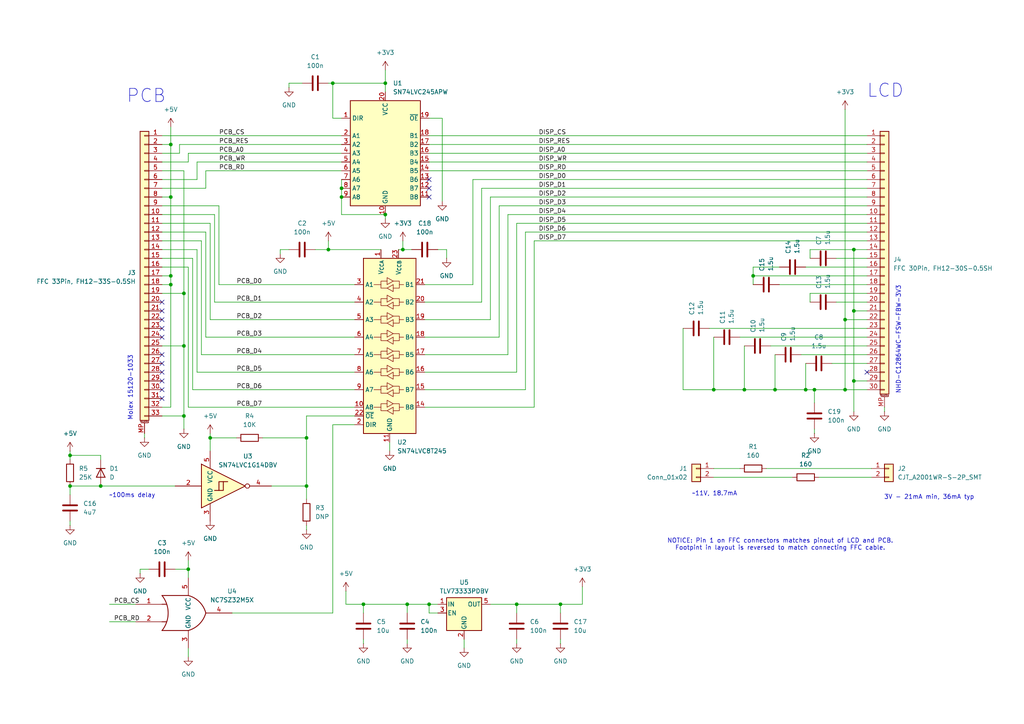
<source format=kicad_sch>
(kicad_sch (version 20231120) (generator "eeschema") (generator_version "8.0")
  (paper "A4")
  (title_block (title "Keisoku Giken Display Adapter") (date "2025-07-22") (rev "1.0"))
  (lib_symbols
    (symbol "74xGxx:74AHC1G32"
      (property "Reference" "U" (at -2.54 3.81 0))
      (property "Value" "74AHC1G32" (at 0 -3.81 0))
      (symbol "74AHC1G32_1_1"
        (pin input line (at -15.24 2.54 0) (length 7.62) (name "~") (number "1"))
        (pin input line (at -15.24 -2.54 0) (length 7.62) (name "~") (number "2"))
        (pin power_in line (at 0 -10.16 90) (length 5.08) (name "GND") (number "3"))
        (pin output line (at 12.7 0 180) (length 7.62) (name "~") (number "4"))
        (pin power_in line (at 0 10.16 270) (length 5.08) (name "VCC") (number "5"))
      )
    )
    (symbol "74xGxx:SN74LVC1G14DBV"
      (property "Reference" "U" (at 0 3.81 0))
      (property "Value" "SN74LVC1G14DBV" (at 0 -3.81 0))
      (symbol "SN74LVC1G14DBV_1_1"
        (pin no_connect line (at -7.62 5.08 180) (length 5.08) hide (name "NC") (number "1"))
        (pin input line (at -15.24 0 0) (length 7.62) (name "~") (number "2"))
        (pin power_in line (at -5.08 -10.16 90) (length 5.08) (name "GND") (number "3"))
        (pin output inverted (at 12.7 0 180) (length 7.62) (name "~") (number "4"))
        (pin power_in line (at -5.08 10.16 270) (length 5.08) (name "VCC") (number "5"))
      )
    )
    (symbol "Connector_Generic:Conn_01x02" (pin_names (offset 1.016) hide)
      (property "Reference" "J" (at 0 2.54 0))
      (property "Value" "Conn_01x02" (at 0 -5.08 0))
      (symbol "Conn_01x02_1_1"
        (pin passive line (at -5.08 0 0) (length 3.81) (name "Pin_1") (number "1"))
        (pin passive line (at -5.08 -2.54 0) (length 3.81) (name "Pin_2") (number "2"))
      )
    )
    (symbol "Connector_Generic_MountingPin:Conn_01x30_MountingPin" (pin_names (offset 1.016) hide)
      (property "Reference" "J" (at 0 38.1 0))
      (property "Value" "Conn_01x30_MountingPin" (at 1.27 -40.64 0))
      (symbol "Conn_01x30_MountingPin_1_1"
        (text "Mounting" (at 0 -39.751 0) (effects (font (size 0.381 0.381))))
        (pin passive line (at -5.08 35.56 0) (length 3.81) (name "Pin_1") (number "1"))
        (pin passive line (at -5.08 12.7 0) (length 3.81) (name "Pin_10") (number "10"))
        (pin passive line (at -5.08 10.16 0) (length 3.81) (name "Pin_11") (number "11"))
        (pin passive line (at -5.08 7.62 0) (length 3.81) (name "Pin_12") (number "12"))
        (pin passive line (at -5.08 5.08 0) (length 3.81) (name "Pin_13") (number "13"))
        (pin passive line (at -5.08 2.54 0) (length 3.81) (name "Pin_14") (number "14"))
        (pin passive line (at -5.08 0 0) (length 3.81) (name "Pin_15") (number "15"))
        (pin passive line (at -5.08 -2.54 0) (length 3.81) (name "Pin_16") (number "16"))
        (pin passive line (at -5.08 -5.08 0) (length 3.81) (name "Pin_17") (number "17"))
        (pin passive line (at -5.08 -7.62 0) (length 3.81) (name "Pin_18") (number "18"))
        (pin passive line (at -5.08 -10.16 0) (length 3.81) (name "Pin_19") (number "19"))
        (pin passive line (at -5.08 33.02 0) (length 3.81) (name "Pin_2") (number "2"))
        (pin passive line (at -5.08 -12.7 0) (length 3.81) (name "Pin_20") (number "20"))
        (pin passive line (at -5.08 -15.24 0) (length 3.81) (name "Pin_21") (number "21"))
        (pin passive line (at -5.08 -17.78 0) (length 3.81) (name "Pin_22") (number "22"))
        (pin passive line (at -5.08 -20.32 0) (length 3.81) (name "Pin_23") (number "23"))
        (pin passive line (at -5.08 -22.86 0) (length 3.81) (name "Pin_24") (number "24"))
        (pin passive line (at -5.08 -25.4 0) (length 3.81) (name "Pin_25") (number "25"))
        (pin passive line (at -5.08 -27.94 0) (length 3.81) (name "Pin_26") (number "26"))
        (pin passive line (at -5.08 -30.48 0) (length 3.81) (name "Pin_27") (number "27"))
        (pin passive line (at -5.08 -33.02 0) (length 3.81) (name "Pin_28") (number "28"))
        (pin passive line (at -5.08 -35.56 0) (length 3.81) (name "Pin_29") (number "29"))
        (pin passive line (at -5.08 30.48 0) (length 3.81) (name "Pin_3") (number "3"))
        (pin passive line (at -5.08 -38.1 0) (length 3.81) (name "Pin_30") (number "30"))
        (pin passive line (at -5.08 27.94 0) (length 3.81) (name "Pin_4") (number "4"))
        (pin passive line (at -5.08 25.4 0) (length 3.81) (name "Pin_5") (number "5"))
        (pin passive line (at -5.08 22.86 0) (length 3.81) (name "Pin_6") (number "6"))
        (pin passive line (at -5.08 20.32 0) (length 3.81) (name "Pin_7") (number "7"))
        (pin passive line (at -5.08 17.78 0) (length 3.81) (name "Pin_8") (number "8"))
        (pin passive line (at -5.08 15.24 0) (length 3.81) (name "Pin_9") (number "9"))
        (pin passive line (at 0 -43.18 90) (length 3.048) (name "MountPin") (number "MP"))
      )
    )
    (symbol "Connector_Generic_MountingPin:Conn_01x33_MountingPin" (pin_names (offset 1.016) hide)
      (property "Reference" "J" (at 0 43.18 0))
      (property "Value" "Conn_01x33_MountingPin" (at 1.27 -43.18 0))
      (symbol "Conn_01x33_MountingPin_1_1"
        (text "Mounting" (at 0 -42.291 0) (effects (font (size 0.381 0.381))))
        (pin passive line (at -5.08 40.64 0) (length 3.81) (name "Pin_1") (number "1"))
        (pin passive line (at -5.08 17.78 0) (length 3.81) (name "Pin_10") (number "10"))
        (pin passive line (at -5.08 15.24 0) (length 3.81) (name "Pin_11") (number "11"))
        (pin passive line (at -5.08 12.7 0) (length 3.81) (name "Pin_12") (number "12"))
        (pin passive line (at -5.08 10.16 0) (length 3.81) (name "Pin_13") (number "13"))
        (pin passive line (at -5.08 7.62 0) (length 3.81) (name "Pin_14") (number "14"))
        (pin passive line (at -5.08 5.08 0) (length 3.81) (name "Pin_15") (number "15"))
        (pin passive line (at -5.08 2.54 0) (length 3.81) (name "Pin_16") (number "16"))
        (pin passive line (at -5.08 0 0) (length 3.81) (name "Pin_17") (number "17"))
        (pin passive line (at -5.08 -2.54 0) (length 3.81) (name "Pin_18") (number "18"))
        (pin passive line (at -5.08 -5.08 0) (length 3.81) (name "Pin_19") (number "19"))
        (pin passive line (at -5.08 38.1 0) (length 3.81) (name "Pin_2") (number "2"))
        (pin passive line (at -5.08 -7.62 0) (length 3.81) (name "Pin_20") (number "20"))
        (pin passive line (at -5.08 -10.16 0) (length 3.81) (name "Pin_21") (number "21"))
        (pin passive line (at -5.08 -12.7 0) (length 3.81) (name "Pin_22") (number "22"))
        (pin passive line (at -5.08 -15.24 0) (length 3.81) (name "Pin_23") (number "23"))
        (pin passive line (at -5.08 -17.78 0) (length 3.81) (name "Pin_24") (number "24"))
        (pin passive line (at -5.08 -20.32 0) (length 3.81) (name "Pin_25") (number "25"))
        (pin passive line (at -5.08 -22.86 0) (length 3.81) (name "Pin_26") (number "26"))
        (pin passive line (at -5.08 -25.4 0) (length 3.81) (name "Pin_27") (number "27"))
        (pin passive line (at -5.08 -27.94 0) (length 3.81) (name "Pin_28") (number "28"))
        (pin passive line (at -5.08 -30.48 0) (length 3.81) (name "Pin_29") (number "29"))
        (pin passive line (at -5.08 35.56 0) (length 3.81) (name "Pin_3") (number "3"))
        (pin passive line (at -5.08 -33.02 0) (length 3.81) (name "Pin_30") (number "30"))
        (pin passive line (at -5.08 -35.56 0) (length 3.81) (name "Pin_31") (number "31"))
        (pin passive line (at -5.08 -38.1 0) (length 3.81) (name "Pin_32") (number "32"))
        (pin passive line (at -5.08 -40.64 0) (length 3.81) (name "Pin_33") (number "33"))
        (pin passive line (at -5.08 33.02 0) (length 3.81) (name "Pin_4") (number "4"))
        (pin passive line (at -5.08 30.48 0) (length 3.81) (name "Pin_5") (number "5"))
        (pin passive line (at -5.08 27.94 0) (length 3.81) (name "Pin_6") (number "6"))
        (pin passive line (at -5.08 25.4 0) (length 3.81) (name "Pin_7") (number "7"))
        (pin passive line (at -5.08 22.86 0) (length 3.81) (name "Pin_8") (number "8"))
        (pin passive line (at -5.08 20.32 0) (length 3.81) (name "Pin_9") (number "9"))
        (pin passive line (at 0 -45.72 90) (length 3.048) (name "MountPin") (number "MP"))
      )
    )
    (symbol "Device:C" (pin_numbers hide) (pin_names (offset 0.254))
      (property "Reference" "C" (at 0.635 2.54 0))
      (property "Value" "C" (at 0.635 -2.54 0))
      (symbol "C_1_1"
        (pin passive line (at 0 3.81 270) (length 2.794) (name "~") (number "1"))
        (pin passive line (at 0 -3.81 90) (length 2.794) (name "~") (number "2"))
      )
    )
    (symbol "Device:D" (pin_numbers hide) (pin_names (offset 1.016) hide)
      (property "Reference" "D" (at 0 2.54 0))
      (property "Value" "D" (at 0 -2.54 0))
      (symbol "D_1_1"
        (pin passive line (at -3.81 0 0) (length 2.54) (name "K") (number "1"))
        (pin passive line (at 3.81 0 180) (length 2.54) (name "A") (number "2"))
      )
    )
    (symbol "Device:R" (pin_numbers hide) (pin_names (offset 0))
      (property "Reference" "R" (at 2.032 0 90))
      (property "Value" "R" (at 0 0 90))
      (symbol "R_1_1"
        (pin passive line (at 0 3.81 270) (length 1.27) (name "~") (number "1"))
        (pin passive line (at 0 -3.81 90) (length 1.27) (name "~") (number "2"))
      )
    )
    (symbol "Logic_LevelTranslator:SN74LVC245APW"
      (property "Reference" "U" (at -10.16 17.78 0))
      (property "Value" "SN74LVC245APW" (at 10.16 17.78 0))
      (symbol "SN74LVC245APW_1_1"
        (pin input line (at -12.7 10.16 0) (length 2.54) (name "DIR") (number "1"))
        (pin power_in line (at 0 -17.78 90) (length 2.54) (name "GND") (number "10"))
        (pin bidirectional line (at 12.7 -12.7 180) (length 2.54) (name "B8") (number "11"))
        (pin bidirectional line (at 12.7 -10.16 180) (length 2.54) (name "B7") (number "12"))
        (pin bidirectional line (at 12.7 -7.62 180) (length 2.54) (name "B6") (number "13"))
        (pin bidirectional line (at 12.7 -5.08 180) (length 2.54) (name "B5") (number "14"))
        (pin bidirectional line (at 12.7 -2.54 180) (length 2.54) (name "B4") (number "15"))
        (pin bidirectional line (at 12.7 0 180) (length 2.54) (name "B3") (number "16"))
        (pin bidirectional line (at 12.7 2.54 180) (length 2.54) (name "B2") (number "17"))
        (pin bidirectional line (at 12.7 5.08 180) (length 2.54) (name "B1") (number "18"))
        (pin input line (at 12.7 10.16 180) (length 2.54) (name "~{OE}") (number "19"))
        (pin bidirectional line (at -12.7 5.08 0) (length 2.54) (name "A1") (number "2"))
        (pin power_in line (at 0 17.78 270) (length 2.54) (name "VCC") (number "20"))
        (pin bidirectional line (at -12.7 2.54 0) (length 2.54) (name "A2") (number "3"))
        (pin bidirectional line (at -12.7 0 0) (length 2.54) (name "A3") (number "4"))
        (pin bidirectional line (at -12.7 -2.54 0) (length 2.54) (name "A4") (number "5"))
        (pin bidirectional line (at -12.7 -5.08 0) (length 2.54) (name "A5") (number "6"))
        (pin bidirectional line (at -12.7 -7.62 0) (length 2.54) (name "A6") (number "7"))
        (pin bidirectional line (at -12.7 -10.16 0) (length 2.54) (name "A7") (number "8"))
        (pin bidirectional line (at -12.7 -12.7 0) (length 2.54) (name "A8") (number "9"))
      )
    )
    (symbol "Logic_LevelTranslator:SN74LVC8T245"
      (property "Reference" "U" (at -6.35 27.94 0))
      (property "Value" "SN74LVC8T245" (at 3.81 27.94 0))
      (symbol "SN74LVC8T245_1_1"
        (pin power_in line (at -2.54 27.94 270) (length 2.54) (name "V_{CCA}") (number "1"))
        (pin bidirectional line (at -10.16 -17.78 0) (length 2.54) (name "A8") (number "10"))
        (pin power_in line (at 0 -27.94 90) (length 2.54) (name "GND") (number "11"))
        (pin passive line (at 0 -27.94 90) (length 2.54) hide (name "GND") (number "12"))
        (pin passive line (at 0 -27.94 90) (length 2.54) hide (name "GND") (number "13"))
        (pin bidirectional line (at 10.16 -17.78 180) (length 2.54) (name "B8") (number "14"))
        (pin bidirectional line (at 10.16 -12.7 180) (length 2.54) (name "B7") (number "15"))
        (pin bidirectional line (at 10.16 -7.62 180) (length 2.54) (name "B6") (number "16"))
        (pin bidirectional line (at 10.16 -2.54 180) (length 2.54) (name "B5") (number "17"))
        (pin bidirectional line (at 10.16 2.54 180) (length 2.54) (name "B4") (number "18"))
        (pin bidirectional line (at 10.16 7.62 180) (length 2.54) (name "B3") (number "19"))
        (pin input line (at -10.16 -22.86 0) (length 2.54) (name "DIR") (number "2"))
        (pin bidirectional line (at 10.16 12.7 180) (length 2.54) (name "B2") (number "20"))
        (pin bidirectional line (at 10.16 17.78 180) (length 2.54) (name "B1") (number "21"))
        (pin input line (at -10.16 -20.32 0) (length 2.54) (name "~{OE}") (number "22"))
        (pin power_in line (at 2.54 27.94 270) (length 2.54) (name "V_{CCB}") (number "23"))
        (pin passive line (at 2.54 27.94 270) (length 2.54) hide (name "V_{CCB}") (number "24"))
        (pin bidirectional line (at -10.16 17.78 0) (length 2.54) (name "A1") (number "3"))
        (pin bidirectional line (at -10.16 12.7 0) (length 2.54) (name "A2") (number "4"))
        (pin bidirectional line (at -10.16 7.62 0) (length 2.54) (name "A3") (number "5"))
        (pin bidirectional line (at -10.16 2.54 0) (length 2.54) (name "A4") (number "6"))
        (pin bidirectional line (at -10.16 -2.54 0) (length 2.54) (name "A5") (number "7"))
        (pin bidirectional line (at -10.16 -7.62 0) (length 2.54) (name "A6") (number "8"))
        (pin bidirectional line (at -10.16 -12.7 0) (length 2.54) (name "A7") (number "9"))
      )
    )
    (symbol "Regulator_Linear:TLV73333PDBV" (pin_names (offset 0.254))
      (property "Reference" "U" (at -3.81 5.715 0))
      (property "Value" "TLV73333PDBV" (at 0 5.715 0))
      (symbol "TLV73333PDBV_1_1"
        (pin power_in line (at -7.62 2.54 0) (length 2.54) (name "IN") (number "1"))
        (pin power_in line (at 0 -7.62 90) (length 2.54) (name "GND") (number "2"))
        (pin input line (at -7.62 0 0) (length 2.54) (name "EN") (number "3"))
        (pin no_connect line (at 5.08 0 180) (length 2.54) hide (name "NC") (number "4"))
        (pin power_out line (at 7.62 2.54 180) (length 2.54) (name "OUT") (number "5"))
      )
    )
    (symbol "power:+3V3" (power) (pin_numbers hide) (pin_names (offset 0) hide)
      (property "Value" "+3V3" (at 0 3.556 0))
      (symbol "+3V3_1_1"
        (pin power_in line (at 0 0 90) (length 0) (name "~") (number "1"))
      )
    )
    (symbol "power:+5V" (power) (pin_numbers hide) (pin_names (offset 0) hide)
      (property "Value" "+5V" (at 0 3.556 0))
      (symbol "+5V_1_1"
        (pin power_in line (at 0 0 90) (length 0) (name "~") (number "1"))
      )
    )
    (symbol "power:GND" (power) (pin_numbers hide) (pin_names (offset 0) hide)
      (property "Value" "GND" (at 0 -3.81 0))
      (symbol "GND_1_1"
        (pin power_in line (at 0 0 270) (length 0) (name "~") (number "1"))
      )
    )
  )
  (junction (at 49.53 57.15))
  (junction (at 245.11 92.71))
  (junction (at 105.41 175.26))
  (junction (at 96.52 24.13))
  (junction (at 53.34 85.09))
  (junction (at 111.76 24.13))
  (junction (at 218.44 80.01))
  (junction (at 88.9 127))
  (junction (at 111.76 62.23))
  (junction (at 49.53 41.91))
  (junction (at 29.21 140.97))
  (junction (at 124.46 175.26))
  (junction (at 54.61 165.1))
  (junction (at 162.56 175.26))
  (junction (at 88.9 140.97))
  (junction (at 224.79 113.03))
  (junction (at 53.34 100.33))
  (junction (at 53.34 120.65))
  (junction (at 149.86 175.26))
  (junction (at 20.32 140.97))
  (junction (at 245.11 113.03))
  (junction (at 247.65 110.49))
  (junction (at 118.11 175.26))
  (junction (at 236.22 113.03))
  (junction (at 207.01 113.03))
  (junction (at 116.84 72.39))
  (junction (at 215.9 113.03))
  (junction (at 247.65 72.39))
  (junction (at 233.68 113.03))
  (junction (at 49.53 80.01))
  (junction (at 99.06 57.15))
  (junction (at 247.65 90.17))
  (junction (at 49.53 82.55))
  (junction (at 95.25 72.39))
  (junction (at 20.32 132.08))
  (junction (at 60.96 127))
  (junction (at 99.06 54.61))
  (no_connect (at 124.46 52.07))
  (no_connect (at 46.99 97.79))
  (no_connect (at 124.46 57.15))
  (no_connect (at 46.99 107.95))
  (no_connect (at 124.46 54.61))
  (no_connect (at 46.99 110.49))
  (no_connect (at 46.99 105.41))
  (no_connect (at 46.99 102.87))
  (no_connect (at 46.99 92.71))
  (no_connect (at 46.99 113.03))
  (no_connect (at 46.99 115.57))
  (no_connect (at 46.99 90.17))
  (no_connect (at 46.99 95.25))
  (no_connect (at 251.46 107.95))
  (no_connect (at 46.99 87.63))
  (wire (pts (xy 96.52 177.8) (xy 67.31 177.8)))
  (wire (pts (xy 46.99 46.99) (xy 54.61 46.99)))
  (wire (pts (xy 29.21 140.97) (xy 50.8 140.97)))
  (wire (pts (xy 83.82 72.39) (xy 81.28 72.39)))
  (wire (pts (xy 218.44 77.47) (xy 218.44 80.01)))
  (wire (pts (xy 111.76 62.23) (xy 111.76 63.5)))
  (wire (pts (xy 63.5 59.69) (xy 63.5 82.55)))
  (wire (pts (xy 46.99 100.33) (xy 53.34 100.33)))
  (wire (pts (xy 247.65 110.49) (xy 251.46 110.49)))
  (wire (pts (xy 134.62 185.42) (xy 134.62 187.96)))
  (wire (pts (xy 105.41 175.26) (xy 105.41 177.8)))
  (wire (pts (xy 124.46 49.53) (xy 251.46 49.53)))
  (wire (pts (xy 46.99 67.31) (xy 59.69 67.31)))
  (wire (pts (xy 76.2 127) (xy 88.9 127)))
  (wire (pts (xy 245.11 92.71) (xy 245.11 31.75)))
  (wire (pts (xy 129.54 72.39) (xy 127 72.39)))
  (wire (pts (xy 88.9 127) (xy 88.9 140.97)))
  (wire (pts (xy 102.87 123.19) (xy 96.52 123.19)))
  (wire (pts (xy 46.99 85.09) (xy 53.34 85.09)))
  (wire (pts (xy 81.28 72.39) (xy 81.28 73.66)))
  (wire (pts (xy 251.46 72.39) (xy 247.65 72.39)))
  (wire (pts (xy 162.56 185.42) (xy 162.56 186.69)))
  (wire (pts (xy 251.46 62.23) (xy 147.32 62.23)))
  (wire (pts (xy 59.69 97.79) (xy 102.87 97.79)))
  (wire (pts (xy 60.96 64.77) (xy 60.96 92.71)))
  (wire (pts (xy 242.57 87.63) (xy 251.46 87.63)))
  (wire (pts (xy 95.25 24.13) (xy 96.52 24.13)))
  (wire (pts (xy 142.24 57.15) (xy 142.24 92.71)))
  (wire (pts (xy 207.01 113.03) (xy 215.9 113.03)))
  (wire (pts (xy 105.41 175.26) (xy 118.11 175.26)))
  (wire (pts (xy 124.46 177.8) (xy 124.46 175.26)))
  (wire (pts (xy 46.99 49.53) (xy 53.34 49.53)))
  (wire (pts (xy 46.99 82.55) (xy 49.53 82.55)))
  (wire (pts (xy 111.76 20.32) (xy 111.76 24.13)))
  (wire (pts (xy 127 177.8) (xy 124.46 177.8)))
  (wire (pts (xy 46.99 44.45) (xy 52.07 44.45)))
  (wire (pts (xy 99.06 62.23) (xy 99.06 57.15)))
  (wire (pts (xy 50.8 165.1) (xy 54.61 165.1)))
  (wire (pts (xy 207.01 138.43) (xy 229.87 138.43)))
  (wire (pts (xy 54.61 165.1) (xy 54.61 167.64)))
  (wire (pts (xy 31.75 175.26) (xy 39.37 175.26)))
  (wire (pts (xy 41.91 125.73) (xy 41.91 127)))
  (wire (pts (xy 31.75 180.34) (xy 39.37 180.34)))
  (wire (pts (xy 256.54 118.11) (xy 256.54 119.38)))
  (wire (pts (xy 29.21 132.08) (xy 20.32 132.08)))
  (wire (pts (xy 57.15 107.95) (xy 102.87 107.95)))
  (wire (pts (xy 46.99 120.65) (xy 53.34 120.65)))
  (wire (pts (xy 52.07 41.91) (xy 99.06 41.91)))
  (wire (pts (xy 214.63 97.79) (xy 251.46 97.79)))
  (wire (pts (xy 20.32 140.97) (xy 20.32 143.51)))
  (wire (pts (xy 123.19 92.71) (xy 142.24 92.71)))
  (wire (pts (xy 245.11 113.03) (xy 245.11 92.71)))
  (wire (pts (xy 241.3 105.41) (xy 251.46 105.41)))
  (wire (pts (xy 54.61 187.96) (xy 54.61 190.5)))
  (wire (pts (xy 99.06 54.61) (xy 99.06 57.15)))
  (wire (pts (xy 88.9 152.4) (xy 88.9 153.67)))
  (wire (pts (xy 116.84 69.85) (xy 116.84 72.39)))
  (wire (pts (xy 149.86 175.26) (xy 162.56 175.26)))
  (wire (pts (xy 20.32 132.08) (xy 20.32 133.35)))
  (wire (pts (xy 251.46 64.77) (xy 149.86 64.77)))
  (wire (pts (xy 20.32 151.13) (xy 20.32 152.4)))
  (wire (pts (xy 162.56 175.26) (xy 162.56 177.8)))
  (wire (pts (xy 142.24 175.26) (xy 149.86 175.26)))
  (wire (pts (xy 207.01 97.79) (xy 207.01 113.03)))
  (wire (pts (xy 226.06 82.55) (xy 251.46 82.55)))
  (wire (pts (xy 124.46 41.91) (xy 251.46 41.91)))
  (wire (pts (xy 49.53 80.01) (xy 49.53 57.15)))
  (wire (pts (xy 149.86 175.26) (xy 149.86 177.8)))
  (wire (pts (xy 162.56 175.26) (xy 168.91 175.26)))
  (wire (pts (xy 207.01 135.89) (xy 214.63 135.89)))
  (wire (pts (xy 78.74 140.97) (xy 88.9 140.97)))
  (wire (pts (xy 53.34 85.09) (xy 53.34 100.33)))
  (wire (pts (xy 251.46 57.15) (xy 142.24 57.15)))
  (wire (pts (xy 46.99 80.01) (xy 49.53 80.01)))
  (wire (pts (xy 49.53 41.91) (xy 49.53 36.83)))
  (wire (pts (xy 198.12 95.25) (xy 198.12 113.03)))
  (wire (pts (xy 251.46 67.31) (xy 152.4 67.31)))
  (wire (pts (xy 236.22 113.03) (xy 245.11 113.03)))
  (wire (pts (xy 154.94 69.85) (xy 154.94 118.11)))
  (wire (pts (xy 218.44 80.01) (xy 218.44 82.55)))
  (wire (pts (xy 232.41 102.87) (xy 251.46 102.87)))
  (wire (pts (xy 60.96 92.71) (xy 102.87 92.71)))
  (wire (pts (xy 46.99 64.77) (xy 60.96 64.77)))
  (wire (pts (xy 144.78 59.69) (xy 144.78 97.79)))
  (wire (pts (xy 123.19 102.87) (xy 147.32 102.87)))
  (wire (pts (xy 128.27 34.29) (xy 128.27 58.42)))
  (wire (pts (xy 88.9 140.97) (xy 88.9 144.78)))
  (wire (pts (xy 59.69 67.31) (xy 59.69 97.79)))
  (wire (pts (xy 234.95 74.93) (xy 234.95 72.39)))
  (wire (pts (xy 137.16 52.07) (xy 137.16 82.55)))
  (wire (pts (xy 124.46 46.99) (xy 251.46 46.99)))
  (wire (pts (xy 105.41 185.42) (xy 105.41 186.69)))
  (wire (pts (xy 251.46 59.69) (xy 144.78 59.69)))
  (wire (pts (xy 100.33 175.26) (xy 105.41 175.26)))
  (wire (pts (xy 99.06 34.29) (xy 96.52 34.29)))
  (wire (pts (xy 54.61 162.56) (xy 54.61 165.1)))
  (wire (pts (xy 245.11 92.71) (xy 251.46 92.71)))
  (wire (pts (xy 149.86 64.77) (xy 149.86 107.95)))
  (wire (pts (xy 46.99 118.11) (xy 49.53 118.11)))
  (wire (pts (xy 247.65 90.17) (xy 247.65 110.49)))
  (wire (pts (xy 251.46 113.03) (xy 245.11 113.03)))
  (wire (pts (xy 54.61 44.45) (xy 99.06 44.45)))
  (wire (pts (xy 40.64 165.1) (xy 43.18 165.1)))
  (wire (pts (xy 123.19 97.79) (xy 144.78 97.79)))
  (wire (pts (xy 53.34 120.65) (xy 53.34 124.46)))
  (wire (pts (xy 236.22 113.03) (xy 236.22 116.84)))
  (wire (pts (xy 251.46 85.09) (xy 234.95 85.09)))
  (wire (pts (xy 111.76 62.23) (xy 99.06 62.23)))
  (wire (pts (xy 152.4 67.31) (xy 152.4 113.03)))
  (wire (pts (xy 118.11 175.26) (xy 118.11 177.8)))
  (wire (pts (xy 100.33 171.45) (xy 100.33 175.26)))
  (wire (pts (xy 46.99 69.85) (xy 58.42 69.85)))
  (wire (pts (xy 242.57 74.93) (xy 251.46 74.93)))
  (wire (pts (xy 20.32 140.97) (xy 29.21 140.97)))
  (wire (pts (xy 116.84 72.39) (xy 119.38 72.39)))
  (wire (pts (xy 139.7 54.61) (xy 139.7 87.63)))
  (wire (pts (xy 237.49 138.43) (xy 252.73 138.43)))
  (wire (pts (xy 129.54 74.93) (xy 129.54 72.39)))
  (wire (pts (xy 57.15 46.99) (xy 99.06 46.99)))
  (wire (pts (xy 223.52 100.33) (xy 251.46 100.33)))
  (wire (pts (xy 55.88 113.03) (xy 102.87 113.03)))
  (wire (pts (xy 124.46 39.37) (xy 251.46 39.37)))
  (wire (pts (xy 233.68 113.03) (xy 236.22 113.03)))
  (wire (pts (xy 215.9 113.03) (xy 224.79 113.03)))
  (wire (pts (xy 46.99 41.91) (xy 49.53 41.91)))
  (wire (pts (xy 113.03 128.27) (xy 113.03 130.81)))
  (wire (pts (xy 46.99 59.69) (xy 63.5 59.69)))
  (wire (pts (xy 20.32 130.81) (xy 20.32 132.08)))
  (wire (pts (xy 29.21 133.35) (xy 29.21 132.08)))
  (wire (pts (xy 236.22 124.46) (xy 236.22 125.73)))
  (wire (pts (xy 49.53 118.11) (xy 49.53 82.55)))
  (wire (pts (xy 96.52 24.13) (xy 111.76 24.13)))
  (wire (pts (xy 54.61 46.99) (xy 54.61 44.45)))
  (wire (pts (xy 46.99 54.61) (xy 59.69 54.61)))
  (wire (pts (xy 63.5 82.55) (xy 102.87 82.55)))
  (wire (pts (xy 234.95 72.39) (xy 247.65 72.39)))
  (wire (pts (xy 123.19 107.95) (xy 149.86 107.95)))
  (wire (pts (xy 233.68 105.41) (xy 233.68 113.03)))
  (wire (pts (xy 118.11 175.26) (xy 124.46 175.26)))
  (wire (pts (xy 124.46 34.29) (xy 128.27 34.29)))
  (wire (pts (xy 62.23 87.63) (xy 102.87 87.63)))
  (wire (pts (xy 53.34 49.53) (xy 53.34 85.09)))
  (wire (pts (xy 123.19 87.63) (xy 139.7 87.63)))
  (wire (pts (xy 59.69 49.53) (xy 99.06 49.53)))
  (wire (pts (xy 147.32 62.23) (xy 147.32 102.87)))
  (wire (pts (xy 57.15 52.07) (xy 57.15 46.99)))
  (wire (pts (xy 251.46 69.85) (xy 154.94 69.85)))
  (wire (pts (xy 91.44 72.39) (xy 95.25 72.39)))
  (wire (pts (xy 46.99 72.39) (xy 57.15 72.39)))
  (wire (pts (xy 111.76 24.13) (xy 111.76 26.67)))
  (wire (pts (xy 58.42 69.85) (xy 58.42 102.87)))
  (wire (pts (xy 124.46 44.45) (xy 251.46 44.45)))
  (wire (pts (xy 60.96 125.73) (xy 60.96 127)))
  (wire (pts (xy 247.65 90.17) (xy 251.46 90.17)))
  (wire (pts (xy 168.91 175.26) (xy 168.91 170.18)))
  (wire (pts (xy 233.68 77.47) (xy 251.46 77.47)))
  (wire (pts (xy 52.07 44.45) (xy 52.07 41.91)))
  (wire (pts (xy 46.99 74.93) (xy 55.88 74.93)))
  (wire (pts (xy 49.53 82.55) (xy 49.53 80.01)))
  (wire (pts (xy 58.42 102.87) (xy 102.87 102.87)))
  (wire (pts (xy 123.19 118.11) (xy 154.94 118.11)))
  (wire (pts (xy 62.23 62.23) (xy 62.23 87.63)))
  (wire (pts (xy 247.65 72.39) (xy 247.65 90.17)))
  (wire (pts (xy 234.95 85.09) (xy 234.95 87.63)))
  (wire (pts (xy 224.79 113.03) (xy 233.68 113.03)))
  (wire (pts (xy 60.96 127) (xy 68.58 127)))
  (wire (pts (xy 218.44 80.01) (xy 251.46 80.01)))
  (wire (pts (xy 46.99 62.23) (xy 62.23 62.23)))
  (wire (pts (xy 124.46 175.26) (xy 127 175.26)))
  (wire (pts (xy 87.63 24.13) (xy 83.82 24.13)))
  (wire (pts (xy 83.82 24.13) (xy 83.82 25.4)))
  (wire (pts (xy 88.9 120.65) (xy 102.87 120.65)))
  (wire (pts (xy 60.96 127) (xy 60.96 130.81)))
  (wire (pts (xy 224.79 102.87) (xy 224.79 113.03)))
  (wire (pts (xy 57.15 72.39) (xy 57.15 107.95)))
  (wire (pts (xy 49.53 57.15) (xy 49.53 41.91)))
  (wire (pts (xy 222.25 135.89) (xy 252.73 135.89)))
  (wire (pts (xy 59.69 54.61) (xy 59.69 49.53)))
  (wire (pts (xy 96.52 34.29) (xy 96.52 24.13)))
  (wire (pts (xy 251.46 52.07) (xy 137.16 52.07)))
  (wire (pts (xy 46.99 57.15) (xy 49.53 57.15)))
  (wire (pts (xy 55.88 74.93) (xy 55.88 113.03)))
  (wire (pts (xy 95.25 72.39) (xy 110.49 72.39)))
  (wire (pts (xy 40.64 166.37) (xy 40.64 165.1)))
  (wire (pts (xy 149.86 185.42) (xy 149.86 186.69)))
  (wire (pts (xy 215.9 100.33) (xy 215.9 113.03)))
  (wire (pts (xy 46.99 52.07) (xy 57.15 52.07)))
  (wire (pts (xy 95.25 69.85) (xy 95.25 72.39)))
  (wire (pts (xy 251.46 54.61) (xy 139.7 54.61)))
  (wire (pts (xy 99.06 52.07) (xy 99.06 54.61)))
  (wire (pts (xy 226.06 77.47) (xy 218.44 77.47)))
  (wire (pts (xy 54.61 118.11) (xy 102.87 118.11)))
  (wire (pts (xy 54.61 77.47) (xy 54.61 118.11)))
  (wire (pts (xy 46.99 77.47) (xy 54.61 77.47)))
  (wire (pts (xy 198.12 113.03) (xy 207.01 113.03)))
  (wire (pts (xy 118.11 185.42) (xy 118.11 186.69)))
  (wire (pts (xy 123.19 82.55) (xy 137.16 82.55)))
  (wire (pts (xy 123.19 113.03) (xy 152.4 113.03)))
  (wire (pts (xy 53.34 100.33) (xy 53.34 120.65)))
  (wire (pts (xy 88.9 120.65) (xy 88.9 127)))
  (wire (pts (xy 205.74 95.25) (xy 251.46 95.25)))
  (wire (pts (xy 96.52 123.19) (xy 96.52 177.8)))
  (wire (pts (xy 247.65 110.49) (xy 247.65 119.38)))
  (wire (pts (xy 115.57 72.39) (xy 116.84 72.39)))
  (wire (pts (xy 46.99 39.37) (xy 99.06 39.37)))
  (text "NHD-C12864WC-FSW-FBW-3V3" (at 260.604 98.552 90) (effects (font (size 1.27 1.27))))
  (text "3V - 21mA min, 36mA typ" (at 269.494 144.272 0) (effects (font (size 1.27 1.27))))
  (text "NOTICE: Pin 1 on FFC connectors matches pinout of LCD and PCB.\nFootpint in layout is reversed to match connecting FFC cable." (at 226.314 157.988 0) (effects (font (size 1.27 1.27))))
  (text "Molex 15120-1033" (at 37.846 112.522 90) (effects (font (size 1.27 1.27))))
  (text "~100ms delay" (at 38.354 143.764 0) (effects (font (size 1.27 1.27))))
  (text "LCD" (at 256.794 26.416 0) (effects (font (size 3.81 3.81))))
  (text "~11V, 18.7mA" (at 207.264 143.256 0) (effects (font (size 1.27 1.27))))
  (text "PCB" (at 42.418 27.94 0) (effects (font (size 3.81 3.81))))
  (label "PCB_WR" (at 63.5 46.99 0))
  (label "PCB_CS" (at 63.5 39.37 0))
  (label "DISP_A0" (at 156.21 44.45 0))
  (label "DISP_D7" (at 156.21 69.85 0))
  (label "PCB_D3" (at 68.5667 97.79 0))
  (label "PCB_D7" (at 68.58 118.11 0))
  (label "DISP_D5" (at 156.21 64.77 0))
  (label "PCB_D1" (at 68.58 87.63 0))
  (label "DISP_D0" (at 156.21 52.07 0))
  (label "DISP_CS" (at 156.21 39.37 0))
  (label "PCB_RD" (at 33.02 180.34 0))
  (label "DISP_D6" (at 156.21 67.31 0))
  (label "PCB_D4" (at 68.58 102.87 0))
  (label "DISP_D2" (at 156.21 57.15 0))
  (label "PCB_D5" (at 68.58 107.95 0))
  (label "DISP_D3" (at 156.21 59.69 0))
  (label "PCB_D6" (at 68.58 113.03 0))
  (label "PCB_CS" (at 33.02 175.26 0))
  (label "PCB_RES" (at 63.5 41.91 0))
  (label "PCB_RD" (at 63.5 49.53 0))
  (label "PCB_D0" (at 68.58 82.55 0))
  (label "DISP_RD" (at 156.21 49.53 0))
  (label "PCB_A0" (at 63.5 44.45 0))
  (label "DISP_D4" (at 156.21 62.23 0))
  (label "DISP_D1" (at 156.21 54.61 0))
  (label "DISP_WR" (at 156.21 46.99 0))
  (label "PCB_D2" (at 68.58 92.71 0))
  (label "DISP_RES" (at 156.21 41.91 0))
  (symbol (lib_id "power:GND") (at 83.82 25.4 0) (unit 1)
    (property "Reference" "#PWR13" (effects (hide yes)))
    (property "Value" "GND" (at 83.82 30.48 0))
    (property "Description" "Power symbol creates a global label with name \"GND\" , ground" (effects (hide yes)))
  )
  (symbol (lib_id "power:+5V") (at 95.25 69.85 0) (unit 1)
    (property "Reference" "#PWR26" (effects (hide yes)))
    (property "Value" "+5V" (at 95.25 64.77 0))
    (property "Description" "Power symbol creates a global label with name \"+5V\"" (effects (hide yes)))
  )
  (symbol (lib_id "power:+5V") (at 100.33 171.45 0) (unit 1)
    (property "Reference" "#PWR3" (effects (hide yes)))
    (property "Value" "+5V" (at 100.33 166.37 0))
    (property "Description" "Power symbol creates a global label with name \"+5V\"" (effects (hide yes)))
  )
  (symbol (lib_id "Device:C") (at 201.93 95.25 270) (unit 1)
    (property "Reference" "C12" (at 200.6599 91.44 0) (effects (justify right)))
    (property "Value" "1.5u" (at 203.1999 91.44 0) (effects (justify right)))
    (property "Footprint" "Capacitor_SMD:C_0805_2012Metric" (effects (hide yes)))
    (property "Description" "Unpolarized capacitor" (effects (hide yes)))
  )
  (symbol (lib_id "power:GND") (at 247.65 119.38 0) (unit 1)
    (property "Reference" "#PWR19" (effects (hide yes)))
    (property "Value" "GND" (at 247.65 124.46 0))
    (property "Description" "Power symbol creates a global label with name \"GND\" , ground" (effects (hide yes)))
  )
  (symbol (lib_id "Device:C") (at 123.19 72.39 90) (unit 1)
    (property "Reference" "C18" (at 123.19 64.77 90))
    (property "Value" "100n" (at 123.19 67.31 90))
    (property "Footprint" "Capacitor_SMD:C_0805_2012Metric" (effects (hide yes)))
    (property "Description" "Unpolarized capacitor" (effects (hide yes)))
  )
  (symbol (lib_id "Device:C") (at 238.76 74.93 270) (unit 1)
    (property "Reference" "C7" (at 237.4899 71.12 0) (effects (justify right)))
    (property "Value" "1.5u" (at 240.0299 71.12 0) (effects (justify right)))
    (property "Footprint" "Capacitor_SMD:C_0805_2012Metric" (effects (hide yes)))
    (property "Description" "Unpolarized capacitor" (effects (hide yes)))
  )
  (symbol (lib_id "power:GND") (at 41.91 127 0) (unit 1)
    (property "Reference" "#PWR7" (effects (hide yes)))
    (property "Value" "GND" (at 41.91 132.08 0))
    (property "Description" "Power symbol creates a global label with name \"GND\" , ground" (effects (hide yes)))
  )
  (symbol (lib_id "Connector_Generic_MountingPin:Conn_01x33_MountingPin") (at 41.91 80.01 0) (mirror y) (unit 1)
    (property "Reference" "J3" (at 39.37 79.0955 0) (effects (justify left)))
    (property "Value" "FFC 33Pin, FH12-33S-0.5SH" (at 39.37 81.6355 0) (effects (justify left)))
    (property "Footprint" "Library:Hirose_FH12-33S-0.5SH_1x33-1MP_P0.50mm_Horizontal_reversed" (effects (hide yes)))
    (property "Description" "Generic connectable mounting pin connector, single row, 01x33, script generated (kicad-library-utils/schlib/autogen/connector/)" (effects (hide yes)))
  )
  (symbol (lib_id "power:+3V3") (at 116.84 69.85 0) (unit 1)
    (property "Reference" "#PWR6" (effects (hide yes)))
    (property "Value" "+3V3" (at 116.84 64.77 0))
    (property "Description" "Power symbol creates a global label with name \"+3V3\"" (effects (hide yes)))
  )
  (symbol (lib_id "74xGxx:SN74LVC1G14DBV") (at 66.04 140.97 0) (unit 1)
    (property "Reference" "U3" (at 71.882 132.334 0))
    (property "Value" "SN74LVC1G14DBV" (at 71.882 134.874 0))
    (property "Footprint" "Package_TO_SOT_SMD:SOT-23-5" (effects (hide yes)))
    (property "Datasheet" "https://www.ti.com/lit/ds/symlink/sn74lvc1g14.pdf" (effects (hide yes)))
    (property "Description" "Single Schmitt NOT Gate, Low-Voltage CMOS, SOT-23" (effects (hide yes)))
  )
  (symbol (lib_id "Connector_Generic:Conn_01x02") (at 201.93 135.89 0) (mirror y) (unit 1)
    (property "Reference" "J1" (at 199.39 135.8899 0) (effects (justify left)))
    (property "Value" "Conn_01x02" (at 199.39 138.4299 0) (effects (justify left)))
    (property "Footprint" "Connector_PinHeader_1.00mm:PinHeader_1x02_P1.00mm_Horizontal" (effects (hide yes)))
    (property "Description" "Generic connector, single row, 01x02, script generated (kicad-library-utils/schlib/autogen/connector/)" (effects (hide yes)))
  )
  (symbol (lib_id "Device:C") (at 238.76 87.63 270) (unit 1)
    (property "Reference" "C13" (at 237.4899 83.82 0) (effects (justify right)))
    (property "Value" "1.5u" (at 240.0299 83.82 0) (effects (justify right)))
    (property "Footprint" "Capacitor_SMD:C_0805_2012Metric" (effects (hide yes)))
    (property "Description" "Unpolarized capacitor" (effects (hide yes)))
  )
  (symbol (lib_id "Logic_LevelTranslator:SN74LVC8T245") (at 113.03 100.33 0) (unit 1)
    (property "Reference" "U2" (at 115.2241 128.27 0) (effects (justify left)))
    (property "Value" "SN74LVC8T245" (at 115.2241 130.81 0) (effects (justify left)))
    (property "Footprint" "Package_SO:TSSOP-24_6.1x7.8mm_P0.65mm" (effects (hide yes)))
    (property "Datasheet" "https://www.ti.com/lit/ds/symlink/sn74lvc8t245.pdf" (effects (hide yes)))
    (property "Description" "8-Bit Dual-Supply Bus Transceiver With Configurable Voltage Translation and 3-State Outputs" (effects (hide yes)))
  )
  (symbol (lib_id "Device:C") (at 105.41 181.61 180) (unit 1)
    (property "Reference" "C5" (at 109.22 180.3399 0) (effects (justify right)))
    (property "Value" "10u" (at 109.22 182.8799 0) (effects (justify right)))
    (property "Footprint" "Capacitor_SMD:C_0805_2012Metric" (effects (hide yes)))
    (property "Description" "Unpolarized capacitor" (effects (hide yes)))
  )
  (symbol (lib_id "power:GND") (at 129.54 74.93 0) (unit 1)
    (property "Reference" "#PWR25" (effects (hide yes)))
    (property "Value" "GND" (at 129.54 80.01 0))
    (property "Description" "Power symbol creates a global label with name \"GND\" , ground" (effects (hide yes)))
  )
  (symbol (lib_id "Device:C") (at 222.25 82.55 270) (unit 1)
    (property "Reference" "C15" (at 220.9799 78.74 0) (effects (justify right)))
    (property "Value" "1.5u" (at 223.5199 78.74 0) (effects (justify right)))
    (property "Footprint" "Capacitor_SMD:C_0805_2012Metric" (effects (hide yes)))
    (property "Description" "Unpolarized capacitor" (effects (hide yes)))
  )
  (symbol (lib_id "Device:D") (at 29.21 137.16 270) (unit 1)
    (property "Reference" "D1" (at 31.75 135.8899 90) (effects (justify left)))
    (property "Value" "D" (at 31.75 138.4299 90) (effects (justify left)))
    (property "Footprint" "Diode_SMD:D_SOD-323" (effects (hide yes)))
    (property "Description" "Diode" (effects (hide yes)))
    (property "Sim.Device" "D" (effects (hide yes)))
    (property "Sim.Pins" "1=K 2=A" (effects (hide yes)))
  )
  (symbol (lib_id "Device:C") (at 162.56 181.61 180) (unit 1)
    (property "Reference" "C17" (at 166.37 180.3399 0) (effects (justify right)))
    (property "Value" "10u" (at 166.37 182.8799 0) (effects (justify right)))
    (property "Footprint" "Capacitor_SMD:C_0805_2012Metric" (effects (hide yes)))
    (property "Description" "Unpolarized capacitor" (effects (hide yes)))
  )
  (symbol (lib_id "power:+3V3") (at 168.91 170.18 0) (unit 1)
    (property "Reference" "#PWR2" (effects (hide yes)))
    (property "Value" "+3V3" (at 168.91 165.1 0))
    (property "Description" "Power symbol creates a global label with name \"+3V3\"" (effects (hide yes)))
  )
  (symbol (lib_id "Device:C") (at 118.11 181.61 180) (unit 1)
    (property "Reference" "C4" (at 121.92 180.3399 0) (effects (justify right)))
    (property "Value" "100n" (at 121.92 182.8799 0) (effects (justify right)))
    (property "Footprint" "Capacitor_SMD:C_0805_2012Metric" (effects (hide yes)))
    (property "Description" "Unpolarized capacitor" (effects (hide yes)))
  )
  (symbol (lib_id "Device:C") (at 228.6 102.87 270) (unit 1)
    (property "Reference" "C9" (at 227.3299 99.06 0) (effects (justify right)))
    (property "Value" "1.5u" (at 229.8699 99.06 0) (effects (justify right)))
    (property "Footprint" "Capacitor_SMD:C_0805_2012Metric" (effects (hide yes)))
    (property "Description" "Unpolarized capacitor" (effects (hide yes)))
  )
  (symbol (lib_id "power:GND") (at 53.34 124.46 0) (unit 1)
    (property "Reference" "#PWR23" (effects (hide yes)))
    (property "Value" "GND" (at 53.34 129.54 0))
    (property "Description" "Power symbol creates a global label with name \"GND\" , ground" (effects (hide yes)))
  )
  (symbol (lib_id "power:+3V3") (at 111.76 20.32 0) (unit 1)
    (property "Reference" "#PWR5" (effects (hide yes)))
    (property "Value" "+3V3" (at 111.76 15.24 0))
    (property "Description" "Power symbol creates a global label with name \"+3V3\"" (effects (hide yes)))
  )
  (symbol (lib_id "Device:R") (at 218.44 135.89 90) (unit 1)
    (property "Reference" "R1" (at 218.44 129.54 90))
    (property "Value" "160" (at 218.44 132.08 90))
    (property "Footprint" "Resistor_SMD:R_0805_2012Metric" (effects (hide yes)))
    (property "Description" "Resistor" (effects (hide yes)))
  )
  (symbol (lib_id "Device:R") (at 233.68 138.43 90) (unit 1)
    (property "Reference" "R2" (at 233.68 132.08 90))
    (property "Value" "160" (at 233.68 134.62 90))
    (property "Footprint" "Resistor_SMD:R_0805_2012Metric" (effects (hide yes)))
    (property "Description" "Resistor" (effects (hide yes)))
  )
  (symbol (lib_id "power:GND") (at 149.86 186.69 0) (unit 1)
    (property "Reference" "#PWR17" (effects (hide yes)))
    (property "Value" "GND" (at 149.86 191.77 0))
    (property "Description" "Power symbol creates a global label with name \"GND\" , ground" (effects (hide yes)))
  )
  (symbol (lib_id "Device:R") (at 72.39 127 270) (unit 1)
    (property "Reference" "R4" (at 72.39 120.65 90))
    (property "Value" "10K" (at 72.39 123.19 90))
    (property "Footprint" "Resistor_SMD:R_0805_2012Metric" (effects (hide yes)))
    (property "Description" "Resistor" (effects (hide yes)))
  )
  (symbol (lib_id "power:GND") (at 40.64 166.37 0) (unit 1)
    (property "Reference" "#PWR11" (effects (hide yes)))
    (property "Value" "GND" (at 40.64 171.45 0))
    (property "Description" "Power symbol creates a global label with name \"GND\" , ground" (effects (hide yes)))
  )
  (symbol (lib_id "74xGxx:74AHC1G32") (at 54.61 177.8 0) (unit 1)
    (property "Reference" "U4" (at 67.31 171.4814 0))
    (property "Value" "NC7SZ32M5X" (at 67.31 174.0214 0))
    (property "Footprint" "Package_TO_SOT_SMD:SOT-23-5_HandSoldering" (effects (hide yes)))
    (property "Description" "Single OR Gate, Low-Voltage CMOS" (effects (hide yes)))
  )
  (symbol (lib_id "Connector_Generic:Conn_01x02") (at 257.81 135.89 0) (unit 1)
    (property "Reference" "J2" (at 260.35 135.8899 0) (effects (justify left)))
    (property "Value" "CJT_A2001WR-S-2P_SMT" (at 260.35 138.4299 0) (effects (justify left)))
    (property "Footprint" "Library:CJT_A2001WR-S-2P_SMT_1x02-1MP_P2.00mm_Horizontal" (effects (hide yes)))
    (property "Description" "Generic connector, single row, 01x02, script generated (kicad-library-utils/schlib/autogen/connector/)" (effects (hide yes)))
  )
  (symbol (lib_id "power:GND") (at 111.76 63.5 0) (unit 1)
    (property "Reference" "#PWR4" (effects (hide yes)))
    (property "Value" "GND" (at 111.76 68.58 0))
    (property "Description" "Power symbol creates a global label with name \"GND\" , ground" (effects (hide yes)))
  )
  (symbol (lib_id "power:GND") (at 256.54 119.38 0) (unit 1)
    (property "Reference" "#PWR8" (effects (hide yes)))
    (property "Value" "GND" (at 256.54 124.46 0))
    (property "Description" "Power symbol creates a global label with name \"GND\" , ground" (effects (hide yes)))
  )
  (symbol (lib_id "Device:R") (at 20.32 137.16 180) (unit 1)
    (property "Reference" "R5" (at 22.86 135.8899 0) (effects (justify right)))
    (property "Value" "25K" (at 22.86 138.4299 0) (effects (justify right)))
    (property "Footprint" "Resistor_SMD:R_0805_2012Metric" (effects (hide yes)))
    (property "Description" "Resistor" (effects (hide yes)))
  )
  (symbol (lib_id "power:+5V") (at 49.53 36.83 0) (unit 1)
    (property "Reference" "#PWR22" (effects (hide yes)))
    (property "Value" "+5V" (at 49.53 31.75 0))
    (property "Description" "Power symbol creates a global label with name \"+5V\"" (effects (hide yes)))
  )
  (symbol (lib_id "power:GND") (at 128.27 58.42 0) (unit 1)
    (property "Reference" "#PWR20" (effects (hide yes)))
    (property "Value" "GND" (at 128.27 63.5 0))
    (property "Description" "Power symbol creates a global label with name \"GND\" , ground" (effects (hide yes)))
  )
  (symbol (lib_id "power:GND") (at 54.61 190.5 0) (unit 1)
    (property "Reference" "#PWR10" (effects (hide yes)))
    (property "Value" "GND" (at 54.61 195.58 0))
    (property "Description" "Power symbol creates a global label with name \"GND\" , ground" (effects (hide yes)))
  )
  (symbol (lib_id "power:GND") (at 162.56 186.69 0) (unit 1)
    (property "Reference" "#PWR24" (effects (hide yes)))
    (property "Value" "GND" (at 162.56 191.77 0))
    (property "Description" "Power symbol creates a global label with name \"GND\" , ground" (effects (hide yes)))
  )
  (symbol (lib_id "Device:C") (at 91.44 24.13 90) (unit 1)
    (property "Reference" "C1" (at 91.44 16.51 90))
    (property "Value" "100n" (at 91.44 19.05 90))
    (property "Footprint" "Capacitor_SMD:C_0805_2012Metric" (effects (hide yes)))
    (property "Description" "Unpolarized capacitor" (effects (hide yes)))
  )
  (symbol (lib_id "power:GND") (at 113.03 130.81 0) (unit 1)
    (property "Reference" "#PWR1" (effects (hide yes)))
    (property "Value" "GND" (at 113.03 135.89 0))
    (property "Description" "Power symbol creates a global label with name \"GND\" , ground" (effects (hide yes)))
  )
  (symbol (lib_id "power:+5V") (at 54.61 162.56 0) (unit 1)
    (property "Reference" "#PWR9" (effects (hide yes)))
    (property "Value" "+5V" (at 54.61 157.48 0))
    (property "Description" "Power symbol creates a global label with name \"+5V\"" (effects (hide yes)))
  )
  (symbol (lib_id "Device:C") (at 20.32 147.32 180) (unit 1)
    (property "Reference" "C16" (at 24.13 146.0499 0) (effects (justify right)))
    (property "Value" "4u7" (at 24.13 148.5899 0) (effects (justify right)))
    (property "Footprint" "Capacitor_SMD:C_0805_2012Metric" (effects (hide yes)))
    (property "Description" "Unpolarized capacitor" (effects (hide yes)))
  )
  (symbol (lib_id "power:GND") (at 81.28 73.66 0) (unit 1)
    (property "Reference" "#PWR12" (effects (hide yes)))
    (property "Value" "GND" (at 81.28 78.74 0))
    (property "Description" "Power symbol creates a global label with name \"GND\" , ground" (effects (hide yes)))
  )
  (symbol (lib_id "Device:C") (at 149.86 181.61 180) (unit 1)
    (property "Reference" "C6" (at 153.67 180.3399 0) (effects (justify right)))
    (property "Value" "100n" (at 153.67 182.8799 0) (effects (justify right)))
    (property "Footprint" "Capacitor_SMD:C_0805_2012Metric" (effects (hide yes)))
    (property "Description" "Unpolarized capacitor" (effects (hide yes)))
  )
  (symbol (lib_id "power:GND") (at 236.22 125.73 0) (unit 1)
    (property "Reference" "#PWR28" (effects (hide yes)))
    (property "Value" "GND" (at 236.22 130.81 0))
    (property "Description" "Power symbol creates a global label with name \"GND\" , ground" (effects (hide yes)))
  )
  (symbol (lib_id "power:GND") (at 60.96 151.13 0) (unit 1)
    (property "Reference" "#PWR29" (effects (hide yes)))
    (property "Value" "GND" (at 60.96 156.21 0))
    (property "Description" "Power symbol creates a global label with name \"GND\" , ground" (effects (hide yes)))
  )
  (symbol (lib_id "Device:C") (at 229.87 77.47 270) (unit 1)
    (property "Reference" "C14" (at 228.5999 73.66 0) (effects (justify right)))
    (property "Value" "1.5u" (at 231.1399 73.66 0) (effects (justify right)))
    (property "Footprint" "Capacitor_SMD:C_0805_2012Metric" (effects (hide yes)))
    (property "Description" "Unpolarized capacitor" (effects (hide yes)))
  )
  (symbol (lib_id "power:GND") (at 118.11 186.69 0) (unit 1)
    (property "Reference" "#PWR15" (effects (hide yes)))
    (property "Value" "GND" (at 118.11 191.77 0))
    (property "Description" "Power symbol creates a global label with name \"GND\" , ground" (effects (hide yes)))
  )
  (symbol (lib_id "power:+5V") (at 20.32 130.81 0) (unit 1)
    (property "Reference" "#PWR27" (effects (hide yes)))
    (property "Value" "+5V" (at 20.32 125.73 0))
    (property "Description" "Power symbol creates a global label with name \"+5V\"" (effects (hide yes)))
  )
  (symbol (lib_id "Connector_Generic_MountingPin:Conn_01x30_MountingPin") (at 256.54 74.93 0) (unit 1)
    (property "Reference" "J4" (at 259.08 75.2855 0) (effects (justify left)))
    (property "Value" "FFC 30Pin, FH12-30S-0.5SH" (at 259.08 77.8255 0) (effects (justify left)))
    (property "Footprint" "Library:Hirose_FH12-30S-0.5SH_1x30-1MP_P0.50mm_Horizontal_Reversed" (effects (hide yes)))
    (property "Description" "Generic connectable mounting pin connector, single row, 01x30, script generated (kicad-library-utils/schlib/autogen/connector/)" (effects (hide yes)))
  )
  (symbol (lib_id "power:+3V3") (at 245.11 31.75 0) (unit 1)
    (property "Reference" "#PWR18" (effects (hide yes)))
    (property "Value" "+3V3" (at 245.11 26.67 0))
    (property "Description" "Power symbol creates a global label with name \"+3V3\"" (effects (hide yes)))
  )
  (symbol (lib_id "power:+5V") (at 60.96 125.73 0) (unit 1)
    (property "Reference" "#PWR31" (effects (hide yes)))
    (property "Value" "+5V" (at 60.96 120.65 0))
    (property "Description" "Power symbol creates a global label with name \"+5V\"" (effects (hide yes)))
  )
  (symbol (lib_id "power:GND") (at 134.62 187.96 0) (unit 1)
    (property "Reference" "#PWR14" (effects (hide yes)))
    (property "Value" "GND" (at 134.62 193.04 0))
    (property "Description" "Power symbol creates a global label with name \"GND\" , ground" (effects (hide yes)))
  )
  (symbol (lib_id "Regulator_Linear:TLV73333PDBV") (at 134.62 177.8 0) (unit 1)
    (property "Reference" "U5" (at 134.62 168.91 0))
    (property "Value" "TLV73333PDBV" (at 134.62 171.45 0))
    (property "Footprint" "Package_TO_SOT_SMD:SOT-23-5" (effects (hide yes)))
    (property "Datasheet" "http://www.ti.com/lit/ds/symlink/tlv733p.pdf" (effects (hide yes)))
    (property "Description" "300mA Capacitor-Free Low Dropout Voltage Regulator, Fixed Output 3.3V, SOT-23-5" (effects (hide yes)))
  )
  (symbol (lib_id "Device:C") (at 219.71 100.33 270) (unit 1)
    (property "Reference" "C10" (at 218.4399 96.52 0) (effects (justify right)))
    (property "Value" "1.5u" (at 220.9799 96.52 0) (effects (justify right)))
    (property "Footprint" "Capacitor_SMD:C_0805_2012Metric" (effects (hide yes)))
    (property "Description" "Unpolarized capacitor" (effects (hide yes)))
  )
  (symbol (lib_id "Device:C") (at 236.22 120.65 0) (unit 1)
    (property "Reference" "C19" (at 240.03 119.3799 0) (effects (justify left)))
    (property "Value" "100n" (at 240.03 121.9199 0) (effects (justify left)))
    (property "Footprint" "Capacitor_SMD:C_0805_2012Metric" (effects (hide yes)))
    (property "Description" "Unpolarized capacitor" (effects (hide yes)))
  )
  (symbol (lib_id "Device:C") (at 46.99 165.1 90) (unit 1)
    (property "Reference" "C3" (at 46.99 157.48 90))
    (property "Value" "100n" (at 46.99 160.02 90))
    (property "Footprint" "Capacitor_SMD:C_0805_2012Metric" (effects (hide yes)))
    (property "Description" "Unpolarized capacitor" (effects (hide yes)))
  )
  (symbol (lib_id "power:GND") (at 105.41 186.69 0) (unit 1)
    (property "Reference" "#PWR16" (effects (hide yes)))
    (property "Value" "GND" (at 105.41 191.77 0))
    (property "Description" "Power symbol creates a global label with name \"GND\" , ground" (effects (hide yes)))
  )
  (symbol (lib_id "power:GND") (at 20.32 152.4 0) (unit 1)
    (property "Reference" "#PWR30" (effects (hide yes)))
    (property "Value" "GND" (at 20.32 157.48 0))
    (property "Description" "Power symbol creates a global label with name \"GND\" , ground" (effects (hide yes)))
  )
  (symbol (lib_id "Logic_LevelTranslator:SN74LVC245APW") (at 111.76 44.45 0) (unit 1)
    (property "Reference" "U1" (at 113.9541 24.13 0) (effects (justify left)))
    (property "Value" "SN74LVC245APW" (at 113.9541 26.67 0) (effects (justify left)))
    (property "Footprint" "Package_SO:SOIC-20W_7.5x12.8mm_P1.27mm" (effects (hide yes)))
    (property "Datasheet" "https://www.ti.com/lit/ds/scas218x/scas218x.pdf" (effects (hide yes)))
    (property "Description" "8-Bit Single-Supply Bus Transceiver With 5V tolerant input voltage and 3-State Outputs 24mA, TSSOP-20" (effects (hide yes)))
  )
  (symbol (lib_id "power:GND") (at 88.9 153.67 0) (unit 1)
    (property "Reference" "#PWR21" (effects (hide yes)))
    (property "Value" "GND" (at 88.9 158.75 0))
    (property "Description" "Power symbol creates a global label with name \"GND\" , ground" (effects (hide yes)))
  )
  (symbol (lib_id "Device:C") (at 237.49 105.41 90) (unit 1)
    (property "Reference" "C8" (at 237.49 97.79 90))
    (property "Value" "1.5u" (at 237.49 100.33 90))
    (property "Footprint" "Capacitor_SMD:C_0805_2012Metric" (effects (hide yes)))
    (property "Description" "Unpolarized capacitor" (effects (hide yes)))
  )
  (symbol (lib_id "Device:R") (at 88.9 148.59 180) (unit 1) (in_bom no)
    (property "Reference" "R3" (at 91.44 147.3199 0) (effects (justify right)))
    (property "Value" "DNP" (at 91.44 149.8599 0) (effects (justify right)))
    (property "Footprint" "Resistor_SMD:R_0805_2012Metric" (effects (hide yes)))
    (property "Description" "Resistor" (effects (hide yes)))
  )
  (symbol (lib_id "Device:C") (at 210.82 97.79 270) (unit 1)
    (property "Reference" "C11" (at 209.5499 93.98 0) (effects (justify right)))
    (property "Value" "1.5u" (at 212.0899 93.98 0) (effects (justify right)))
    (property "Footprint" "Capacitor_SMD:C_0805_2012Metric" (effects (hide yes)))
    (property "Description" "Unpolarized capacitor" (effects (hide yes)))
  )
  (symbol (lib_id "Device:C") (at 87.63 72.39 90) (unit 1)
    (property "Reference" "C2" (at 87.63 64.77 90))
    (property "Value" "100n" (at 87.63 67.31 90))
    (property "Footprint" "Capacitor_SMD:C_0805_2012Metric" (effects (hide yes)))
    (property "Description" "Unpolarized capacitor" (effects (hide yes)))
  )
)
</source>
